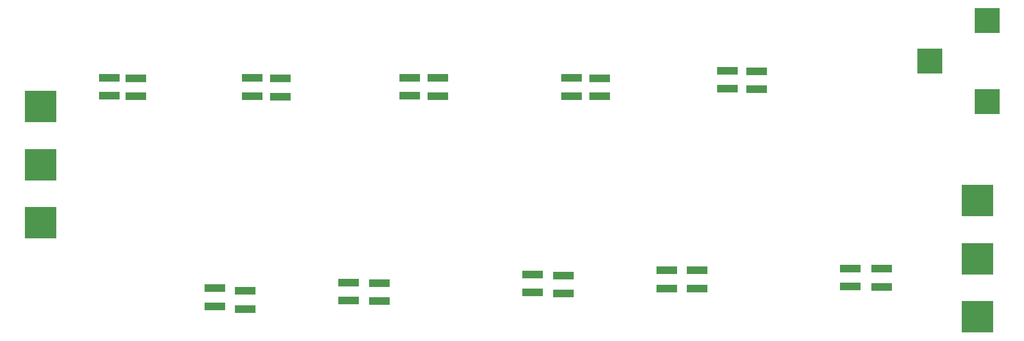
<source format=gbr>
%TF.GenerationSoftware,KiCad,Pcbnew,8.0.6-8.0.6-0~ubuntu24.04.1*%
%TF.CreationDate,2024-10-28T17:30:22+01:00*%
%TF.ProjectId,diplexer,6469706c-6578-4657-922e-6b696361645f,rev?*%
%TF.SameCoordinates,Original*%
%TF.FileFunction,Paste,Top*%
%TF.FilePolarity,Positive*%
%FSLAX46Y46*%
G04 Gerber Fmt 4.6, Leading zero omitted, Abs format (unit mm)*
G04 Created by KiCad (PCBNEW 8.0.6-8.0.6-0~ubuntu24.04.1) date 2024-10-28 17:30:22*
%MOMM*%
%LPD*%
G01*
G04 APERTURE LIST*
%ADD10R,3.180000X1.190000*%
%ADD11R,5.000000X5.000000*%
%ADD12R,4.000000X4.000000*%
G04 APERTURE END LIST*
D10*
%TO.C,C17*%
X90400000Y-98678000D03*
X90400000Y-101500000D03*
%TD*%
%TO.C,C6*%
X64700000Y-102300000D03*
X64700000Y-99478000D03*
%TD*%
%TO.C,C14*%
X124925000Y-66589000D03*
X124925000Y-69411000D03*
%TD*%
%TO.C,C4*%
X120500000Y-66529000D03*
X120500000Y-69351000D03*
%TD*%
%TO.C,C19*%
X140175000Y-96678000D03*
X140175000Y-99500000D03*
%TD*%
D11*
%TO.C,J3*%
X184000000Y-94850000D03*
X184000000Y-103960000D03*
X184000000Y-85750000D03*
%TD*%
D12*
%TO.C,J2*%
X176500000Y-63890000D03*
X185500000Y-57540000D03*
X185500000Y-70240000D03*
%TD*%
D10*
%TO.C,C13*%
X95175000Y-66514000D03*
X95175000Y-69336000D03*
%TD*%
%TO.C,C1*%
X52375000Y-66550000D03*
X52375000Y-69372000D03*
%TD*%
%TO.C,C7*%
X85600000Y-101400000D03*
X85600000Y-98578000D03*
%TD*%
%TO.C,C15*%
X144900000Y-65375000D03*
X144900000Y-68197000D03*
%TD*%
%TO.C,C20*%
X168975000Y-96417000D03*
X168975000Y-99239000D03*
%TD*%
%TO.C,C11*%
X48175000Y-66460000D03*
X48175000Y-69282000D03*
%TD*%
D11*
%TO.C,J1*%
X37400000Y-80110000D03*
X37400000Y-71000000D03*
X37400000Y-89210000D03*
%TD*%
D10*
%TO.C,C5*%
X149475000Y-65450000D03*
X149475000Y-68272000D03*
%TD*%
%TO.C,C10*%
X164100000Y-99200000D03*
X164100000Y-96378000D03*
%TD*%
%TO.C,C2*%
X70500000Y-66529000D03*
X70500000Y-69351000D03*
%TD*%
%TO.C,C18*%
X119200000Y-97478000D03*
X119200000Y-100300000D03*
%TD*%
%TO.C,C8*%
X114400000Y-100100000D03*
X114400000Y-97278000D03*
%TD*%
%TO.C,C9*%
X135400000Y-99479000D03*
X135400000Y-96657000D03*
%TD*%
%TO.C,C12*%
X74900000Y-66625000D03*
X74900000Y-69447000D03*
%TD*%
%TO.C,C16*%
X69400000Y-99878000D03*
X69400000Y-102700000D03*
%TD*%
%TO.C,C3*%
X99610000Y-66529000D03*
X99610000Y-69351000D03*
%TD*%
M02*

</source>
